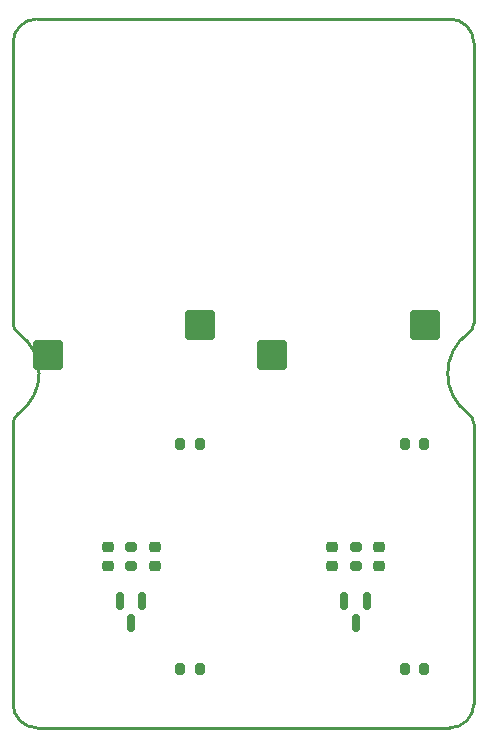
<source format=gbp>
%TF.GenerationSoftware,KiCad,Pcbnew,(6.0.9)*%
%TF.CreationDate,2023-03-08T23:19:46-05:00*%
%TF.ProjectId,Fluxpad,466c7578-7061-4642-9e6b-696361645f70,rev?*%
%TF.SameCoordinates,Original*%
%TF.FileFunction,Paste,Bot*%
%TF.FilePolarity,Positive*%
%FSLAX46Y46*%
G04 Gerber Fmt 4.6, Leading zero omitted, Abs format (unit mm)*
G04 Created by KiCad (PCBNEW (6.0.9)) date 2023-03-08 23:19:46*
%MOMM*%
%LPD*%
G01*
G04 APERTURE LIST*
G04 Aperture macros list*
%AMRoundRect*
0 Rectangle with rounded corners*
0 $1 Rounding radius*
0 $2 $3 $4 $5 $6 $7 $8 $9 X,Y pos of 4 corners*
0 Add a 4 corners polygon primitive as box body*
4,1,4,$2,$3,$4,$5,$6,$7,$8,$9,$2,$3,0*
0 Add four circle primitives for the rounded corners*
1,1,$1+$1,$2,$3*
1,1,$1+$1,$4,$5*
1,1,$1+$1,$6,$7*
1,1,$1+$1,$8,$9*
0 Add four rect primitives between the rounded corners*
20,1,$1+$1,$2,$3,$4,$5,0*
20,1,$1+$1,$4,$5,$6,$7,0*
20,1,$1+$1,$6,$7,$8,$9,0*
20,1,$1+$1,$8,$9,$2,$3,0*%
G04 Aperture macros list end*
%TA.AperFunction,Profile*%
%ADD10C,0.250000*%
%TD*%
%ADD11RoundRect,0.250000X-1.025000X-1.000000X1.025000X-1.000000X1.025000X1.000000X-1.025000X1.000000X0*%
%ADD12RoundRect,0.200000X-0.200000X-0.275000X0.200000X-0.275000X0.200000X0.275000X-0.200000X0.275000X0*%
%ADD13RoundRect,0.225000X0.250000X-0.225000X0.250000X0.225000X-0.250000X0.225000X-0.250000X-0.225000X0*%
%ADD14RoundRect,0.200000X0.275000X-0.200000X0.275000X0.200000X-0.275000X0.200000X-0.275000X-0.200000X0*%
%ADD15RoundRect,0.150000X-0.150000X0.587500X-0.150000X-0.587500X0.150000X-0.587500X0.150000X0.587500X0*%
%ADD16RoundRect,0.225000X-0.250000X0.225000X-0.250000X-0.225000X0.250000X-0.225000X0.250000X0.225000X0*%
G04 APERTURE END LIST*
D10*
X102500000Y-65000000D02*
G75*
G03*
X100500000Y-67000000I0J-2000000D01*
G01*
X139500039Y-99247352D02*
G75*
G03*
X139076923Y-98430554I-1000039J-48D01*
G01*
X100923077Y-98430554D02*
G75*
G03*
X100923077Y-91569446I-2423077J3430554D01*
G01*
X100923099Y-98430586D02*
G75*
G03*
X100500000Y-99247352I576901J-816814D01*
G01*
X139076923Y-91569446D02*
G75*
G03*
X139076923Y-98430554I2423077J-3430554D01*
G01*
X100500000Y-67000000D02*
X100500000Y-90752648D01*
X102500000Y-125000000D02*
X137500000Y-125000000D01*
X139500000Y-67000000D02*
G75*
G03*
X137500000Y-65000000I-2000000J0D01*
G01*
X100499961Y-90752648D02*
G75*
G03*
X100923077Y-91569446I1000039J48D01*
G01*
X139500000Y-90752648D02*
X139500000Y-67000000D01*
X137500000Y-65000000D02*
X102500000Y-65000000D01*
X137500000Y-125000000D02*
G75*
G03*
X139500000Y-123000000I0J2000000D01*
G01*
X100500000Y-99247352D02*
X100500000Y-123000000D01*
X100500000Y-123000000D02*
G75*
G03*
X102500000Y-125000000I2000000J0D01*
G01*
X139500000Y-123000000D02*
X139500000Y-99247352D01*
X139076949Y-91569483D02*
G75*
G03*
X139500000Y-90752648I-577149J816883D01*
G01*
D11*
%TO.C,SW1*%
X103415000Y-93460000D03*
X116342000Y-90920000D03*
%TD*%
%TO.C,SW2*%
X122415000Y-93460000D03*
X135342000Y-90920000D03*
%TD*%
D12*
%TO.C,R1*%
X114675000Y-101000000D03*
X116325000Y-101000000D03*
%TD*%
D13*
%TO.C,C2*%
X127500000Y-111275000D03*
X127500000Y-109725000D03*
%TD*%
D12*
%TO.C,R2*%
X133675000Y-101000000D03*
X135325000Y-101000000D03*
%TD*%
D14*
%TO.C,R5*%
X110500000Y-111325000D03*
X110500000Y-109675000D03*
%TD*%
D15*
%TO.C,U2*%
X109550000Y-114262500D03*
X111450000Y-114262500D03*
X110500000Y-116137500D03*
%TD*%
D14*
%TO.C,R6*%
X129500000Y-111325000D03*
X129500000Y-109675000D03*
%TD*%
D16*
%TO.C,C4*%
X131500000Y-109725000D03*
X131500000Y-111275000D03*
%TD*%
%TO.C,C3*%
X112500000Y-109725000D03*
X112500000Y-111275000D03*
%TD*%
D12*
%TO.C,R3*%
X114675000Y-120000000D03*
X116325000Y-120000000D03*
%TD*%
D13*
%TO.C,C1*%
X108500000Y-111275000D03*
X108500000Y-109725000D03*
%TD*%
D15*
%TO.C,U3*%
X128550000Y-114262500D03*
X130450000Y-114262500D03*
X129500000Y-116137500D03*
%TD*%
D12*
%TO.C,R4*%
X133675000Y-120000000D03*
X135325000Y-120000000D03*
%TD*%
M02*

</source>
